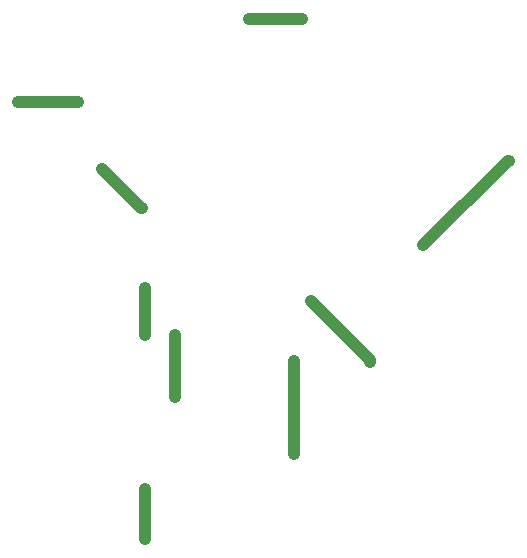
<source format=gbr>
G04 #@! TF.FileFunction,Copper,L1,Top,Signal*
%FSLAX46Y46*%
G04 Gerber Fmt 4.6, Leading zero omitted, Abs format (unit mm)*
G04 Created by KiCad (PCBNEW 4.0.7-e2-6376~58~ubuntu14.04.1) date Thu Mar  1 13:22:35 2018*
%MOMM*%
%LPD*%
G01*
G04 APERTURE LIST*
%ADD10C,0.100000*%
%ADD11C,1.000000*%
%ADD12C,1.000000*%
G04 APERTURE END LIST*
D10*
D11*
X30500000Y43500000D03*
X35500000Y43500000D03*
X37600000Y37800000D03*
X41000000Y34500000D03*
X55250000Y26650000D03*
X60250000Y21500000D03*
X64725000Y31350000D03*
X72000000Y38500000D03*
X43750000Y23750000D03*
X43750000Y18500000D03*
X41250000Y27750000D03*
X41250000Y6500000D03*
X41250000Y10750000D03*
X41250000Y23750000D03*
X53800000Y13650000D03*
X53800000Y21550000D03*
X54500000Y50500000D03*
X50000000Y50500000D03*
D12*
X30500000Y43500000D02*
X35500000Y43500000D01*
X37600000Y37800000D02*
X40900000Y34500000D01*
X40900000Y34500000D02*
X41000000Y34500000D01*
X60250000Y21500000D02*
X60250000Y21650000D01*
X60250000Y21650000D02*
X55250000Y26650000D01*
X64725000Y31350000D02*
X71925000Y38500000D01*
X71925000Y38500000D02*
X72000000Y38500000D01*
X43750000Y18500000D02*
X43750000Y23750000D01*
X41250000Y10750000D02*
X41250000Y6500000D01*
X41250000Y27750000D02*
X41250000Y23750000D01*
X53800000Y21550000D02*
X53800000Y13650000D01*
X50000000Y50500000D02*
X54500000Y50500000D01*
M02*

</source>
